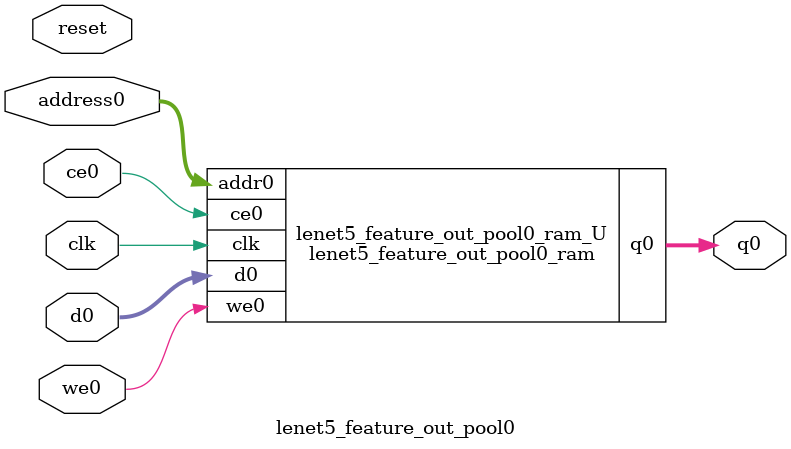
<source format=v>
`timescale 1 ns / 1 ps
module lenet5_feature_out_pool0_ram (addr0, ce0, d0, we0, q0,  clk);

parameter DWIDTH = 32;
parameter AWIDTH = 12;
parameter MEM_SIZE = 2304;

input[AWIDTH-1:0] addr0;
input ce0;
input[DWIDTH-1:0] d0;
input we0;
output reg[DWIDTH-1:0] q0;
input clk;

reg [DWIDTH-1:0] ram[0:MEM_SIZE-1];




always @(posedge clk)  
begin 
    if (ce0) begin
        if (we0) 
            ram[addr0] <= d0; 
        q0 <= ram[addr0];
    end
end


endmodule

`timescale 1 ns / 1 ps
module lenet5_feature_out_pool0(
    reset,
    clk,
    address0,
    ce0,
    we0,
    d0,
    q0);

parameter DataWidth = 32'd32;
parameter AddressRange = 32'd2304;
parameter AddressWidth = 32'd12;
input reset;
input clk;
input[AddressWidth - 1:0] address0;
input ce0;
input we0;
input[DataWidth - 1:0] d0;
output[DataWidth - 1:0] q0;



lenet5_feature_out_pool0_ram lenet5_feature_out_pool0_ram_U(
    .clk( clk ),
    .addr0( address0 ),
    .ce0( ce0 ),
    .we0( we0 ),
    .d0( d0 ),
    .q0( q0 ));

endmodule


</source>
